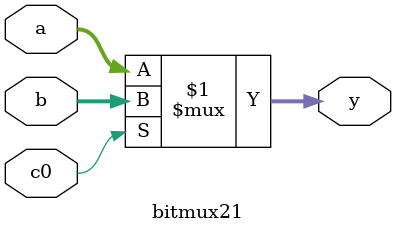
<source format=v>
`timescale 1ns / 1ps


module bitmux21(input c0, input[8:0] a, input[8:0] b, output[8:0] y); 
 assign y = c0 ? b : a; 
endmodule

</source>
